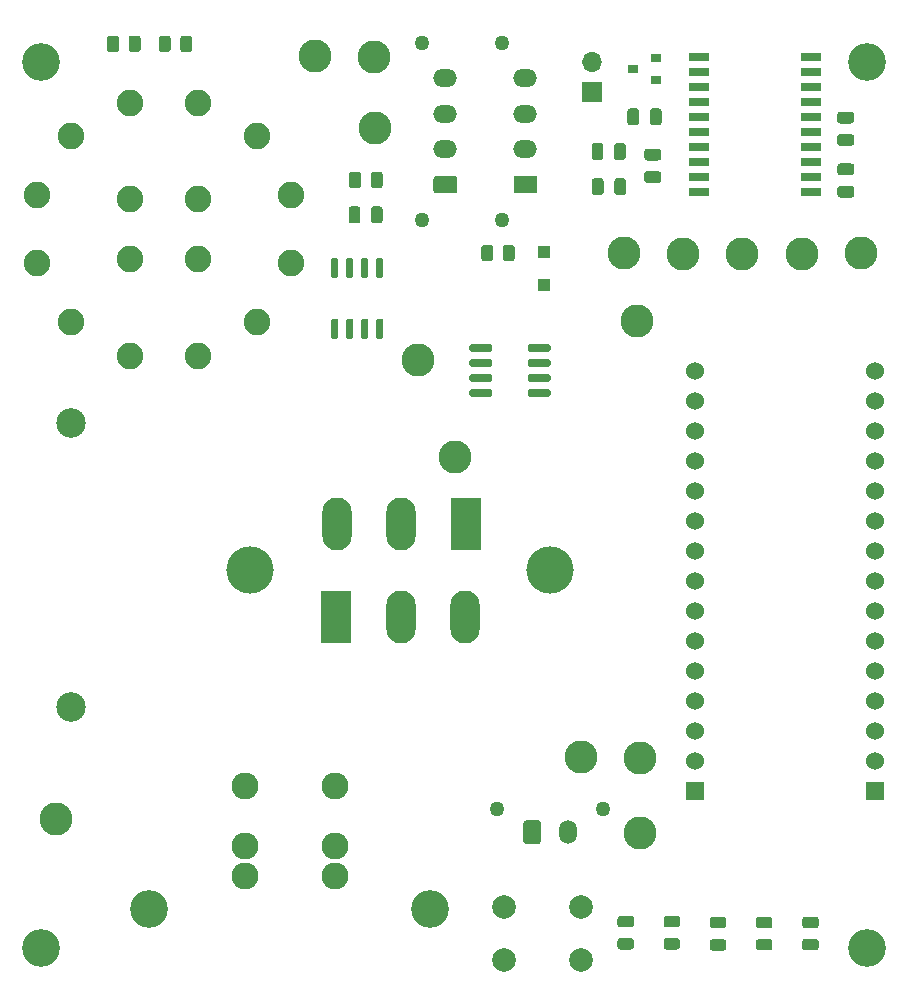
<source format=gbr>
%TF.GenerationSoftware,KiCad,Pcbnew,(5.1.9)-1*%
%TF.CreationDate,2021-04-03T20:31:08-05:00*%
%TF.ProjectId,IV Curve Tracer,49562043-7572-4766-9520-547261636572,1.1*%
%TF.SameCoordinates,Original*%
%TF.FileFunction,Soldermask,Top*%
%TF.FilePolarity,Negative*%
%FSLAX46Y46*%
G04 Gerber Fmt 4.6, Leading zero omitted, Abs format (unit mm)*
G04 Created by KiCad (PCBNEW (5.1.9)-1) date 2021-04-03 20:31:08*
%MOMM*%
%LPD*%
G01*
G04 APERTURE LIST*
%ADD10C,2.800000*%
%ADD11R,1.100000X1.100000*%
%ADD12C,4.000000*%
%ADD13C,1.270000*%
%ADD14O,1.500000X2.020000*%
%ADD15C,2.250000*%
%ADD16R,1.800000X0.650000*%
%ADD17R,0.900000X0.800000*%
%ADD18C,1.530000*%
%ADD19R,1.530000X1.530000*%
%ADD20C,2.000000*%
%ADD21R,2.500000X4.500000*%
%ADD22O,2.500000X4.500000*%
%ADD23O,1.700000X1.700000*%
%ADD24R,1.700000X1.700000*%
%ADD25O,2.020000X1.500000*%
%ADD26C,2.286000*%
%ADD27C,3.200000*%
%ADD28C,2.500000*%
G04 APERTURE END LIST*
%TO.C,U3*%
G36*
G01*
X53575000Y-46680000D02*
X53875000Y-46680000D01*
G75*
G02*
X54025000Y-46830000I0J-150000D01*
G01*
X54025000Y-48280000D01*
G75*
G02*
X53875000Y-48430000I-150000J0D01*
G01*
X53575000Y-48430000D01*
G75*
G02*
X53425000Y-48280000I0J150000D01*
G01*
X53425000Y-46830000D01*
G75*
G02*
X53575000Y-46680000I150000J0D01*
G01*
G37*
G36*
G01*
X52305000Y-46680000D02*
X52605000Y-46680000D01*
G75*
G02*
X52755000Y-46830000I0J-150000D01*
G01*
X52755000Y-48280000D01*
G75*
G02*
X52605000Y-48430000I-150000J0D01*
G01*
X52305000Y-48430000D01*
G75*
G02*
X52155000Y-48280000I0J150000D01*
G01*
X52155000Y-46830000D01*
G75*
G02*
X52305000Y-46680000I150000J0D01*
G01*
G37*
G36*
G01*
X51035000Y-46680000D02*
X51335000Y-46680000D01*
G75*
G02*
X51485000Y-46830000I0J-150000D01*
G01*
X51485000Y-48280000D01*
G75*
G02*
X51335000Y-48430000I-150000J0D01*
G01*
X51035000Y-48430000D01*
G75*
G02*
X50885000Y-48280000I0J150000D01*
G01*
X50885000Y-46830000D01*
G75*
G02*
X51035000Y-46680000I150000J0D01*
G01*
G37*
G36*
G01*
X49765000Y-46680000D02*
X50065000Y-46680000D01*
G75*
G02*
X50215000Y-46830000I0J-150000D01*
G01*
X50215000Y-48280000D01*
G75*
G02*
X50065000Y-48430000I-150000J0D01*
G01*
X49765000Y-48430000D01*
G75*
G02*
X49615000Y-48280000I0J150000D01*
G01*
X49615000Y-46830000D01*
G75*
G02*
X49765000Y-46680000I150000J0D01*
G01*
G37*
G36*
G01*
X49765000Y-41530000D02*
X50065000Y-41530000D01*
G75*
G02*
X50215000Y-41680000I0J-150000D01*
G01*
X50215000Y-43130000D01*
G75*
G02*
X50065000Y-43280000I-150000J0D01*
G01*
X49765000Y-43280000D01*
G75*
G02*
X49615000Y-43130000I0J150000D01*
G01*
X49615000Y-41680000D01*
G75*
G02*
X49765000Y-41530000I150000J0D01*
G01*
G37*
G36*
G01*
X51035000Y-41530000D02*
X51335000Y-41530000D01*
G75*
G02*
X51485000Y-41680000I0J-150000D01*
G01*
X51485000Y-43130000D01*
G75*
G02*
X51335000Y-43280000I-150000J0D01*
G01*
X51035000Y-43280000D01*
G75*
G02*
X50885000Y-43130000I0J150000D01*
G01*
X50885000Y-41680000D01*
G75*
G02*
X51035000Y-41530000I150000J0D01*
G01*
G37*
G36*
G01*
X52305000Y-41530000D02*
X52605000Y-41530000D01*
G75*
G02*
X52755000Y-41680000I0J-150000D01*
G01*
X52755000Y-43130000D01*
G75*
G02*
X52605000Y-43280000I-150000J0D01*
G01*
X52305000Y-43280000D01*
G75*
G02*
X52155000Y-43130000I0J150000D01*
G01*
X52155000Y-41680000D01*
G75*
G02*
X52305000Y-41530000I150000J0D01*
G01*
G37*
G36*
G01*
X53575000Y-41530000D02*
X53875000Y-41530000D01*
G75*
G02*
X54025000Y-41680000I0J-150000D01*
G01*
X54025000Y-43130000D01*
G75*
G02*
X53875000Y-43280000I-150000J0D01*
G01*
X53575000Y-43280000D01*
G75*
G02*
X53425000Y-43130000I0J150000D01*
G01*
X53425000Y-41680000D01*
G75*
G02*
X53575000Y-41530000I150000J0D01*
G01*
G37*
%TD*%
D10*
%TO.C,TP1*%
X75750000Y-90210000D03*
%TD*%
D11*
%TO.C,D4*%
X67610000Y-43840000D03*
X67610000Y-41040000D03*
%TD*%
D10*
%TO.C,TP6*%
X60070000Y-58360000D03*
%TD*%
D12*
%TO.C,HS1*%
X68130000Y-67980000D03*
X42730000Y-67980000D03*
%TD*%
%TO.C,U4*%
G36*
G01*
X68200000Y-52835000D02*
X68200000Y-53135000D01*
G75*
G02*
X68050000Y-53285000I-150000J0D01*
G01*
X66400000Y-53285000D01*
G75*
G02*
X66250000Y-53135000I0J150000D01*
G01*
X66250000Y-52835000D01*
G75*
G02*
X66400000Y-52685000I150000J0D01*
G01*
X68050000Y-52685000D01*
G75*
G02*
X68200000Y-52835000I0J-150000D01*
G01*
G37*
G36*
G01*
X68200000Y-51565000D02*
X68200000Y-51865000D01*
G75*
G02*
X68050000Y-52015000I-150000J0D01*
G01*
X66400000Y-52015000D01*
G75*
G02*
X66250000Y-51865000I0J150000D01*
G01*
X66250000Y-51565000D01*
G75*
G02*
X66400000Y-51415000I150000J0D01*
G01*
X68050000Y-51415000D01*
G75*
G02*
X68200000Y-51565000I0J-150000D01*
G01*
G37*
G36*
G01*
X68200000Y-50295000D02*
X68200000Y-50595000D01*
G75*
G02*
X68050000Y-50745000I-150000J0D01*
G01*
X66400000Y-50745000D01*
G75*
G02*
X66250000Y-50595000I0J150000D01*
G01*
X66250000Y-50295000D01*
G75*
G02*
X66400000Y-50145000I150000J0D01*
G01*
X68050000Y-50145000D01*
G75*
G02*
X68200000Y-50295000I0J-150000D01*
G01*
G37*
G36*
G01*
X68200000Y-49025000D02*
X68200000Y-49325000D01*
G75*
G02*
X68050000Y-49475000I-150000J0D01*
G01*
X66400000Y-49475000D01*
G75*
G02*
X66250000Y-49325000I0J150000D01*
G01*
X66250000Y-49025000D01*
G75*
G02*
X66400000Y-48875000I150000J0D01*
G01*
X68050000Y-48875000D01*
G75*
G02*
X68200000Y-49025000I0J-150000D01*
G01*
G37*
G36*
G01*
X63250000Y-49025000D02*
X63250000Y-49325000D01*
G75*
G02*
X63100000Y-49475000I-150000J0D01*
G01*
X61450000Y-49475000D01*
G75*
G02*
X61300000Y-49325000I0J150000D01*
G01*
X61300000Y-49025000D01*
G75*
G02*
X61450000Y-48875000I150000J0D01*
G01*
X63100000Y-48875000D01*
G75*
G02*
X63250000Y-49025000I0J-150000D01*
G01*
G37*
G36*
G01*
X63250000Y-50295000D02*
X63250000Y-50595000D01*
G75*
G02*
X63100000Y-50745000I-150000J0D01*
G01*
X61450000Y-50745000D01*
G75*
G02*
X61300000Y-50595000I0J150000D01*
G01*
X61300000Y-50295000D01*
G75*
G02*
X61450000Y-50145000I150000J0D01*
G01*
X63100000Y-50145000D01*
G75*
G02*
X63250000Y-50295000I0J-150000D01*
G01*
G37*
G36*
G01*
X63250000Y-51565000D02*
X63250000Y-51865000D01*
G75*
G02*
X63100000Y-52015000I-150000J0D01*
G01*
X61450000Y-52015000D01*
G75*
G02*
X61300000Y-51865000I0J150000D01*
G01*
X61300000Y-51565000D01*
G75*
G02*
X61450000Y-51415000I150000J0D01*
G01*
X63100000Y-51415000D01*
G75*
G02*
X63250000Y-51565000I0J-150000D01*
G01*
G37*
G36*
G01*
X63250000Y-52835000D02*
X63250000Y-53135000D01*
G75*
G02*
X63100000Y-53285000I-150000J0D01*
G01*
X61450000Y-53285000D01*
G75*
G02*
X61300000Y-53135000I0J150000D01*
G01*
X61300000Y-52835000D01*
G75*
G02*
X61450000Y-52685000I150000J0D01*
G01*
X63100000Y-52685000D01*
G75*
G02*
X63250000Y-52835000I0J-150000D01*
G01*
G37*
%TD*%
D13*
%TO.C,J1*%
X63620000Y-88210000D03*
X72620000Y-88210000D03*
G36*
G01*
X65870000Y-90930000D02*
X65870000Y-89410000D01*
G75*
G02*
X66120000Y-89160000I250000J0D01*
G01*
X67120000Y-89160000D01*
G75*
G02*
X67370000Y-89410000I0J-250000D01*
G01*
X67370000Y-90930000D01*
G75*
G02*
X67120000Y-91180000I-250000J0D01*
G01*
X66120000Y-91180000D01*
G75*
G02*
X65870000Y-90930000I0J250000D01*
G01*
G37*
D14*
X69620000Y-90170000D03*
%TD*%
%TO.C,C6*%
G36*
G01*
X52080000Y-37425000D02*
X52080000Y-38375000D01*
G75*
G02*
X51830000Y-38625000I-250000J0D01*
G01*
X51330000Y-38625000D01*
G75*
G02*
X51080000Y-38375000I0J250000D01*
G01*
X51080000Y-37425000D01*
G75*
G02*
X51330000Y-37175000I250000J0D01*
G01*
X51830000Y-37175000D01*
G75*
G02*
X52080000Y-37425000I0J-250000D01*
G01*
G37*
G36*
G01*
X53980000Y-37425000D02*
X53980000Y-38375000D01*
G75*
G02*
X53730000Y-38625000I-250000J0D01*
G01*
X53230000Y-38625000D01*
G75*
G02*
X52980000Y-38375000I0J250000D01*
G01*
X52980000Y-37425000D01*
G75*
G02*
X53230000Y-37175000I250000J0D01*
G01*
X53730000Y-37175000D01*
G75*
G02*
X53980000Y-37425000I0J-250000D01*
G01*
G37*
%TD*%
D15*
%TO.C,SW2*%
X32587110Y-36547000D03*
X32587110Y-41673010D03*
X38332890Y-41673010D03*
X38332890Y-36546990D03*
X32587110Y-28388200D03*
X27611110Y-31261110D03*
X24738200Y-36237110D03*
X24738200Y-41982890D03*
X27611110Y-46958890D03*
X32587110Y-49831800D03*
X38332890Y-49831800D03*
X43308890Y-46958890D03*
X46181800Y-41982890D03*
X46181800Y-36237110D03*
X43308890Y-31261110D03*
X38332890Y-28388200D03*
%TD*%
D16*
%TO.C,U5*%
X80775000Y-35955000D03*
X80775000Y-34685000D03*
X80775000Y-33415000D03*
X80775000Y-32145000D03*
X80775000Y-30875000D03*
X80775000Y-29605000D03*
X80775000Y-28335000D03*
X80775000Y-27065000D03*
X80775000Y-25795000D03*
X80775000Y-24525000D03*
X90225000Y-24525000D03*
X90225000Y-25795000D03*
X90225000Y-27065000D03*
X90225000Y-28335000D03*
X90225000Y-29605000D03*
X90225000Y-30875000D03*
X90225000Y-32145000D03*
X90225000Y-33415000D03*
X90225000Y-34685000D03*
X90225000Y-35955000D03*
%TD*%
D17*
%TO.C,U6*%
X75150000Y-25530000D03*
X77150000Y-24580000D03*
X77150000Y-26480000D03*
%TD*%
D18*
%TO.C,U1*%
X95660000Y-51155000D03*
X95660000Y-53695000D03*
X95660000Y-56235000D03*
X95660000Y-58775000D03*
X95660000Y-61315000D03*
X95660000Y-63855000D03*
X95660000Y-66395000D03*
X95660000Y-68935000D03*
X95660000Y-71475000D03*
X95660000Y-74015000D03*
X95660000Y-76555000D03*
X95660000Y-79095000D03*
X95660000Y-81635000D03*
X95660000Y-84175000D03*
D19*
X95660000Y-86715000D03*
D18*
X80420000Y-51155000D03*
X80420000Y-53695000D03*
X80420000Y-56235000D03*
X80420000Y-58775000D03*
X80420000Y-61315000D03*
X80420000Y-63855000D03*
X80420000Y-66395000D03*
X80420000Y-68935000D03*
X80420000Y-71475000D03*
X80420000Y-74015000D03*
X80420000Y-76555000D03*
X80420000Y-79095000D03*
X80420000Y-81635000D03*
X80420000Y-84175000D03*
D19*
X80420000Y-86715000D03*
%TD*%
D10*
%TO.C,TP15*%
X53220000Y-24520000D03*
%TD*%
%TO.C,TP14*%
X48220000Y-24440000D03*
%TD*%
%TO.C,TP13*%
X84400000Y-41240000D03*
%TD*%
%TO.C,TP12*%
X53310000Y-30520000D03*
%TD*%
%TO.C,TP11*%
X74400000Y-41140000D03*
%TD*%
%TO.C,TP10*%
X79390000Y-41210000D03*
%TD*%
%TO.C,TP9*%
X94430000Y-41090000D03*
%TD*%
%TO.C,TP8*%
X89430000Y-41220000D03*
%TD*%
%TO.C,TP7*%
X26340000Y-89090000D03*
%TD*%
%TO.C,TP5*%
X56960000Y-50220000D03*
%TD*%
%TO.C,TP4*%
X75460000Y-46920000D03*
%TD*%
%TO.C,TP3*%
X70730000Y-83830000D03*
%TD*%
%TO.C,TP2*%
X75780000Y-83900000D03*
%TD*%
D20*
%TO.C,SW1*%
X70750000Y-96530000D03*
X70750000Y-101030000D03*
X64250000Y-96530000D03*
X64250000Y-101030000D03*
%TD*%
%TO.C,R14*%
G36*
G01*
X36820000Y-23880001D02*
X36820000Y-22979999D01*
G75*
G02*
X37069999Y-22730000I249999J0D01*
G01*
X37595001Y-22730000D01*
G75*
G02*
X37845000Y-22979999I0J-249999D01*
G01*
X37845000Y-23880001D01*
G75*
G02*
X37595001Y-24130000I-249999J0D01*
G01*
X37069999Y-24130000D01*
G75*
G02*
X36820000Y-23880001I0J249999D01*
G01*
G37*
G36*
G01*
X34995000Y-23880001D02*
X34995000Y-22979999D01*
G75*
G02*
X35244999Y-22730000I249999J0D01*
G01*
X35770001Y-22730000D01*
G75*
G02*
X36020000Y-22979999I0J-249999D01*
G01*
X36020000Y-23880001D01*
G75*
G02*
X35770001Y-24130000I-249999J0D01*
G01*
X35244999Y-24130000D01*
G75*
G02*
X34995000Y-23880001I0J249999D01*
G01*
G37*
%TD*%
%TO.C,R13*%
G36*
G01*
X32452500Y-23880001D02*
X32452500Y-22979999D01*
G75*
G02*
X32702499Y-22730000I249999J0D01*
G01*
X33227501Y-22730000D01*
G75*
G02*
X33477500Y-22979999I0J-249999D01*
G01*
X33477500Y-23880001D01*
G75*
G02*
X33227501Y-24130000I-249999J0D01*
G01*
X32702499Y-24130000D01*
G75*
G02*
X32452500Y-23880001I0J249999D01*
G01*
G37*
G36*
G01*
X30627500Y-23880001D02*
X30627500Y-22979999D01*
G75*
G02*
X30877499Y-22730000I249999J0D01*
G01*
X31402501Y-22730000D01*
G75*
G02*
X31652500Y-22979999I0J-249999D01*
G01*
X31652500Y-23880001D01*
G75*
G02*
X31402501Y-24130000I-249999J0D01*
G01*
X30877499Y-24130000D01*
G75*
G02*
X30627500Y-23880001I0J249999D01*
G01*
G37*
%TD*%
%TO.C,R10*%
G36*
G01*
X63337500Y-40689999D02*
X63337500Y-41590001D01*
G75*
G02*
X63087501Y-41840000I-249999J0D01*
G01*
X62562499Y-41840000D01*
G75*
G02*
X62312500Y-41590001I0J249999D01*
G01*
X62312500Y-40689999D01*
G75*
G02*
X62562499Y-40440000I249999J0D01*
G01*
X63087501Y-40440000D01*
G75*
G02*
X63337500Y-40689999I0J-249999D01*
G01*
G37*
G36*
G01*
X65162500Y-40689999D02*
X65162500Y-41590001D01*
G75*
G02*
X64912501Y-41840000I-249999J0D01*
G01*
X64387499Y-41840000D01*
G75*
G02*
X64137500Y-41590001I0J249999D01*
G01*
X64137500Y-40689999D01*
G75*
G02*
X64387499Y-40440000I249999J0D01*
G01*
X64912501Y-40440000D01*
G75*
G02*
X65162500Y-40689999I0J-249999D01*
G01*
G37*
%TD*%
%TO.C,R8*%
G36*
G01*
X51117500Y-35400001D02*
X51117500Y-34499999D01*
G75*
G02*
X51367499Y-34250000I249999J0D01*
G01*
X51892501Y-34250000D01*
G75*
G02*
X52142500Y-34499999I0J-249999D01*
G01*
X52142500Y-35400001D01*
G75*
G02*
X51892501Y-35650000I-249999J0D01*
G01*
X51367499Y-35650000D01*
G75*
G02*
X51117500Y-35400001I0J249999D01*
G01*
G37*
G36*
G01*
X52942500Y-35400001D02*
X52942500Y-34499999D01*
G75*
G02*
X53192499Y-34250000I249999J0D01*
G01*
X53717501Y-34250000D01*
G75*
G02*
X53967500Y-34499999I0J-249999D01*
G01*
X53967500Y-35400001D01*
G75*
G02*
X53717501Y-35650000I-249999J0D01*
G01*
X53192499Y-35650000D01*
G75*
G02*
X52942500Y-35400001I0J249999D01*
G01*
G37*
%TD*%
D21*
%TO.C,Q2*%
X61000000Y-64070000D03*
D22*
X55550000Y-64070000D03*
X50100000Y-64070000D03*
%TD*%
D21*
%TO.C,Q1*%
X50040000Y-71930000D03*
D22*
X55490000Y-71930000D03*
X60940000Y-71930000D03*
%TD*%
%TO.C,LED5*%
G36*
G01*
X90636250Y-98302500D02*
X89723750Y-98302500D01*
G75*
G02*
X89480000Y-98058750I0J243750D01*
G01*
X89480000Y-97571250D01*
G75*
G02*
X89723750Y-97327500I243750J0D01*
G01*
X90636250Y-97327500D01*
G75*
G02*
X90880000Y-97571250I0J-243750D01*
G01*
X90880000Y-98058750D01*
G75*
G02*
X90636250Y-98302500I-243750J0D01*
G01*
G37*
G36*
G01*
X90636250Y-100177500D02*
X89723750Y-100177500D01*
G75*
G02*
X89480000Y-99933750I0J243750D01*
G01*
X89480000Y-99446250D01*
G75*
G02*
X89723750Y-99202500I243750J0D01*
G01*
X90636250Y-99202500D01*
G75*
G02*
X90880000Y-99446250I0J-243750D01*
G01*
X90880000Y-99933750D01*
G75*
G02*
X90636250Y-100177500I-243750J0D01*
G01*
G37*
%TD*%
%TO.C,LED4*%
G36*
G01*
X82816250Y-98317500D02*
X81903750Y-98317500D01*
G75*
G02*
X81660000Y-98073750I0J243750D01*
G01*
X81660000Y-97586250D01*
G75*
G02*
X81903750Y-97342500I243750J0D01*
G01*
X82816250Y-97342500D01*
G75*
G02*
X83060000Y-97586250I0J-243750D01*
G01*
X83060000Y-98073750D01*
G75*
G02*
X82816250Y-98317500I-243750J0D01*
G01*
G37*
G36*
G01*
X82816250Y-100192500D02*
X81903750Y-100192500D01*
G75*
G02*
X81660000Y-99948750I0J243750D01*
G01*
X81660000Y-99461250D01*
G75*
G02*
X81903750Y-99217500I243750J0D01*
G01*
X82816250Y-99217500D01*
G75*
G02*
X83060000Y-99461250I0J-243750D01*
G01*
X83060000Y-99948750D01*
G75*
G02*
X82816250Y-100192500I-243750J0D01*
G01*
G37*
%TD*%
%TO.C,LED3*%
G36*
G01*
X86726250Y-98310000D02*
X85813750Y-98310000D01*
G75*
G02*
X85570000Y-98066250I0J243750D01*
G01*
X85570000Y-97578750D01*
G75*
G02*
X85813750Y-97335000I243750J0D01*
G01*
X86726250Y-97335000D01*
G75*
G02*
X86970000Y-97578750I0J-243750D01*
G01*
X86970000Y-98066250D01*
G75*
G02*
X86726250Y-98310000I-243750J0D01*
G01*
G37*
G36*
G01*
X86726250Y-100185000D02*
X85813750Y-100185000D01*
G75*
G02*
X85570000Y-99941250I0J243750D01*
G01*
X85570000Y-99453750D01*
G75*
G02*
X85813750Y-99210000I243750J0D01*
G01*
X86726250Y-99210000D01*
G75*
G02*
X86970000Y-99453750I0J-243750D01*
G01*
X86970000Y-99941250D01*
G75*
G02*
X86726250Y-100185000I-243750J0D01*
G01*
G37*
%TD*%
%TO.C,LED2*%
G36*
G01*
X78906250Y-98230000D02*
X77993750Y-98230000D01*
G75*
G02*
X77750000Y-97986250I0J243750D01*
G01*
X77750000Y-97498750D01*
G75*
G02*
X77993750Y-97255000I243750J0D01*
G01*
X78906250Y-97255000D01*
G75*
G02*
X79150000Y-97498750I0J-243750D01*
G01*
X79150000Y-97986250D01*
G75*
G02*
X78906250Y-98230000I-243750J0D01*
G01*
G37*
G36*
G01*
X78906250Y-100105000D02*
X77993750Y-100105000D01*
G75*
G02*
X77750000Y-99861250I0J243750D01*
G01*
X77750000Y-99373750D01*
G75*
G02*
X77993750Y-99130000I243750J0D01*
G01*
X78906250Y-99130000D01*
G75*
G02*
X79150000Y-99373750I0J-243750D01*
G01*
X79150000Y-99861250D01*
G75*
G02*
X78906250Y-100105000I-243750J0D01*
G01*
G37*
%TD*%
%TO.C,LED1*%
G36*
G01*
X75006250Y-98227500D02*
X74093750Y-98227500D01*
G75*
G02*
X73850000Y-97983750I0J243750D01*
G01*
X73850000Y-97496250D01*
G75*
G02*
X74093750Y-97252500I243750J0D01*
G01*
X75006250Y-97252500D01*
G75*
G02*
X75250000Y-97496250I0J-243750D01*
G01*
X75250000Y-97983750D01*
G75*
G02*
X75006250Y-98227500I-243750J0D01*
G01*
G37*
G36*
G01*
X75006250Y-100102500D02*
X74093750Y-100102500D01*
G75*
G02*
X73850000Y-99858750I0J243750D01*
G01*
X73850000Y-99371250D01*
G75*
G02*
X74093750Y-99127500I243750J0D01*
G01*
X75006250Y-99127500D01*
G75*
G02*
X75250000Y-99371250I0J-243750D01*
G01*
X75250000Y-99858750D01*
G75*
G02*
X75006250Y-100102500I-243750J0D01*
G01*
G37*
%TD*%
D23*
%TO.C,JP1*%
X71660000Y-24950000D03*
D24*
X71660000Y-27490000D03*
%TD*%
D25*
%TO.C,J4*%
X59280000Y-26340000D03*
X59280000Y-29340000D03*
X59280000Y-32340000D03*
G36*
G01*
X60040000Y-36090000D02*
X58520000Y-36090000D01*
G75*
G02*
X58270000Y-35840000I0J250000D01*
G01*
X58270000Y-34840000D01*
G75*
G02*
X58520000Y-34590000I250000J0D01*
G01*
X60040000Y-34590000D01*
G75*
G02*
X60290000Y-34840000I0J-250000D01*
G01*
X60290000Y-35840000D01*
G75*
G02*
X60040000Y-36090000I-250000J0D01*
G01*
G37*
D13*
X57320000Y-23340000D03*
X57320000Y-38340000D03*
%TD*%
D25*
%TO.C,J3*%
X66060000Y-26330000D03*
X66060000Y-29330000D03*
X66060000Y-32330000D03*
G36*
G01*
X66820000Y-36080000D02*
X65300000Y-36080000D01*
G75*
G02*
X65050000Y-35830000I0J250000D01*
G01*
X65050000Y-34830000D01*
G75*
G02*
X65300000Y-34580000I250000J0D01*
G01*
X66820000Y-34580000D01*
G75*
G02*
X67070000Y-34830000I0J-250000D01*
G01*
X67070000Y-35830000D01*
G75*
G02*
X66820000Y-36080000I-250000J0D01*
G01*
G37*
D13*
X64100000Y-23330000D03*
X64100000Y-38330000D03*
%TD*%
D26*
%TO.C,J2*%
X42280000Y-86230000D03*
X49900000Y-86230000D03*
X42280000Y-91310000D03*
X42280000Y-93850000D03*
X49900000Y-91310000D03*
X49900000Y-93850000D03*
D27*
X34220000Y-96650000D03*
X57960000Y-96650000D03*
%TD*%
%TO.C,H4*%
X95000000Y-100000000D03*
%TD*%
%TO.C,H3*%
X25000000Y-100000000D03*
%TD*%
%TO.C,H2*%
X95000000Y-25000000D03*
%TD*%
%TO.C,H1*%
X25000000Y-25000000D03*
%TD*%
D28*
%TO.C,F1*%
X27570000Y-55500000D03*
X27570000Y-79600000D03*
%TD*%
%TO.C,C19*%
G36*
G01*
X76590000Y-30085000D02*
X76590000Y-29135000D01*
G75*
G02*
X76840000Y-28885000I250000J0D01*
G01*
X77340000Y-28885000D01*
G75*
G02*
X77590000Y-29135000I0J-250000D01*
G01*
X77590000Y-30085000D01*
G75*
G02*
X77340000Y-30335000I-250000J0D01*
G01*
X76840000Y-30335000D01*
G75*
G02*
X76590000Y-30085000I0J250000D01*
G01*
G37*
G36*
G01*
X74690000Y-30085000D02*
X74690000Y-29135000D01*
G75*
G02*
X74940000Y-28885000I250000J0D01*
G01*
X75440000Y-28885000D01*
G75*
G02*
X75690000Y-29135000I0J-250000D01*
G01*
X75690000Y-30085000D01*
G75*
G02*
X75440000Y-30335000I-250000J0D01*
G01*
X74940000Y-30335000D01*
G75*
G02*
X74690000Y-30085000I0J250000D01*
G01*
G37*
%TD*%
%TO.C,C18*%
G36*
G01*
X72650000Y-32065000D02*
X72650000Y-33015000D01*
G75*
G02*
X72400000Y-33265000I-250000J0D01*
G01*
X71900000Y-33265000D01*
G75*
G02*
X71650000Y-33015000I0J250000D01*
G01*
X71650000Y-32065000D01*
G75*
G02*
X71900000Y-31815000I250000J0D01*
G01*
X72400000Y-31815000D01*
G75*
G02*
X72650000Y-32065000I0J-250000D01*
G01*
G37*
G36*
G01*
X74550000Y-32065000D02*
X74550000Y-33015000D01*
G75*
G02*
X74300000Y-33265000I-250000J0D01*
G01*
X73800000Y-33265000D01*
G75*
G02*
X73550000Y-33015000I0J250000D01*
G01*
X73550000Y-32065000D01*
G75*
G02*
X73800000Y-31815000I250000J0D01*
G01*
X74300000Y-31815000D01*
G75*
G02*
X74550000Y-32065000I0J-250000D01*
G01*
G37*
%TD*%
%TO.C,C17*%
G36*
G01*
X72680000Y-35035000D02*
X72680000Y-35985000D01*
G75*
G02*
X72430000Y-36235000I-250000J0D01*
G01*
X71930000Y-36235000D01*
G75*
G02*
X71680000Y-35985000I0J250000D01*
G01*
X71680000Y-35035000D01*
G75*
G02*
X71930000Y-34785000I250000J0D01*
G01*
X72430000Y-34785000D01*
G75*
G02*
X72680000Y-35035000I0J-250000D01*
G01*
G37*
G36*
G01*
X74580000Y-35035000D02*
X74580000Y-35985000D01*
G75*
G02*
X74330000Y-36235000I-250000J0D01*
G01*
X73830000Y-36235000D01*
G75*
G02*
X73580000Y-35985000I0J250000D01*
G01*
X73580000Y-35035000D01*
G75*
G02*
X73830000Y-34785000I250000J0D01*
G01*
X74330000Y-34785000D01*
G75*
G02*
X74580000Y-35035000I0J-250000D01*
G01*
G37*
%TD*%
%TO.C,C16*%
G36*
G01*
X77315000Y-33300000D02*
X76365000Y-33300000D01*
G75*
G02*
X76115000Y-33050000I0J250000D01*
G01*
X76115000Y-32550000D01*
G75*
G02*
X76365000Y-32300000I250000J0D01*
G01*
X77315000Y-32300000D01*
G75*
G02*
X77565000Y-32550000I0J-250000D01*
G01*
X77565000Y-33050000D01*
G75*
G02*
X77315000Y-33300000I-250000J0D01*
G01*
G37*
G36*
G01*
X77315000Y-35200000D02*
X76365000Y-35200000D01*
G75*
G02*
X76115000Y-34950000I0J250000D01*
G01*
X76115000Y-34450000D01*
G75*
G02*
X76365000Y-34200000I250000J0D01*
G01*
X77315000Y-34200000D01*
G75*
G02*
X77565000Y-34450000I0J-250000D01*
G01*
X77565000Y-34950000D01*
G75*
G02*
X77315000Y-35200000I-250000J0D01*
G01*
G37*
%TD*%
%TO.C,C14*%
G36*
G01*
X93645000Y-30170000D02*
X92695000Y-30170000D01*
G75*
G02*
X92445000Y-29920000I0J250000D01*
G01*
X92445000Y-29420000D01*
G75*
G02*
X92695000Y-29170000I250000J0D01*
G01*
X93645000Y-29170000D01*
G75*
G02*
X93895000Y-29420000I0J-250000D01*
G01*
X93895000Y-29920000D01*
G75*
G02*
X93645000Y-30170000I-250000J0D01*
G01*
G37*
G36*
G01*
X93645000Y-32070000D02*
X92695000Y-32070000D01*
G75*
G02*
X92445000Y-31820000I0J250000D01*
G01*
X92445000Y-31320000D01*
G75*
G02*
X92695000Y-31070000I250000J0D01*
G01*
X93645000Y-31070000D01*
G75*
G02*
X93895000Y-31320000I0J-250000D01*
G01*
X93895000Y-31820000D01*
G75*
G02*
X93645000Y-32070000I-250000J0D01*
G01*
G37*
%TD*%
%TO.C,C12*%
G36*
G01*
X92705000Y-35450000D02*
X93655000Y-35450000D01*
G75*
G02*
X93905000Y-35700000I0J-250000D01*
G01*
X93905000Y-36200000D01*
G75*
G02*
X93655000Y-36450000I-250000J0D01*
G01*
X92705000Y-36450000D01*
G75*
G02*
X92455000Y-36200000I0J250000D01*
G01*
X92455000Y-35700000D01*
G75*
G02*
X92705000Y-35450000I250000J0D01*
G01*
G37*
G36*
G01*
X92705000Y-33550000D02*
X93655000Y-33550000D01*
G75*
G02*
X93905000Y-33800000I0J-250000D01*
G01*
X93905000Y-34300000D01*
G75*
G02*
X93655000Y-34550000I-250000J0D01*
G01*
X92705000Y-34550000D01*
G75*
G02*
X92455000Y-34300000I0J250000D01*
G01*
X92455000Y-33800000D01*
G75*
G02*
X92705000Y-33550000I250000J0D01*
G01*
G37*
%TD*%
M02*

</source>
